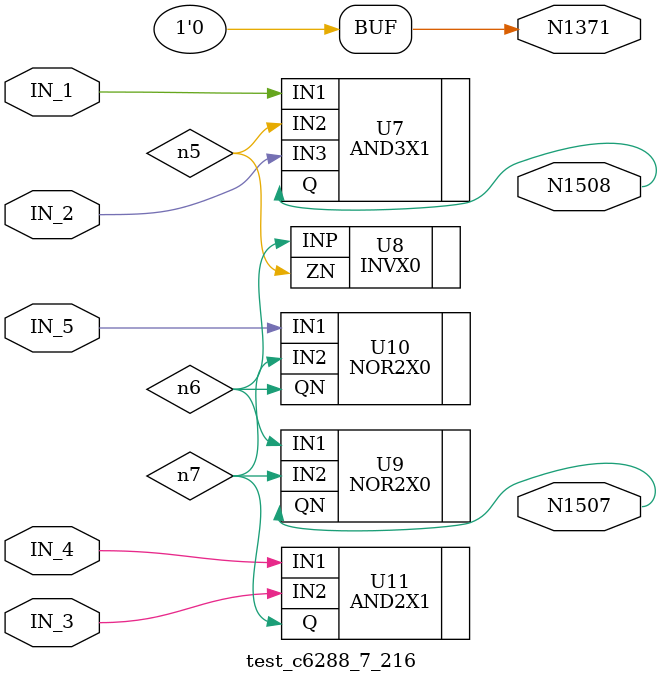
<source format=v>


module test_c6288_7_216 ( IN_1, IN_2, IN_3, IN_4, IN_5, N1371, N1507, N1508 );
  input IN_1, IN_2, IN_3, IN_4, IN_5;
  output N1371, N1507, N1508;
  wire   n5, n6, n7;
  assign N1371 = 1'b0;

  AND3X1 U7 ( .IN1(IN_1), .IN2(n5), .IN3(IN_2), .Q(N1508) );
  INVX0 U8 ( .INP(n6), .ZN(n5) );
  NOR2X0 U9 ( .IN1(n6), .IN2(n7), .QN(N1507) );
  NOR2X0 U10 ( .IN1(IN_5), .IN2(n7), .QN(n6) );
  AND2X1 U11 ( .IN1(IN_4), .IN2(IN_3), .Q(n7) );
endmodule


</source>
